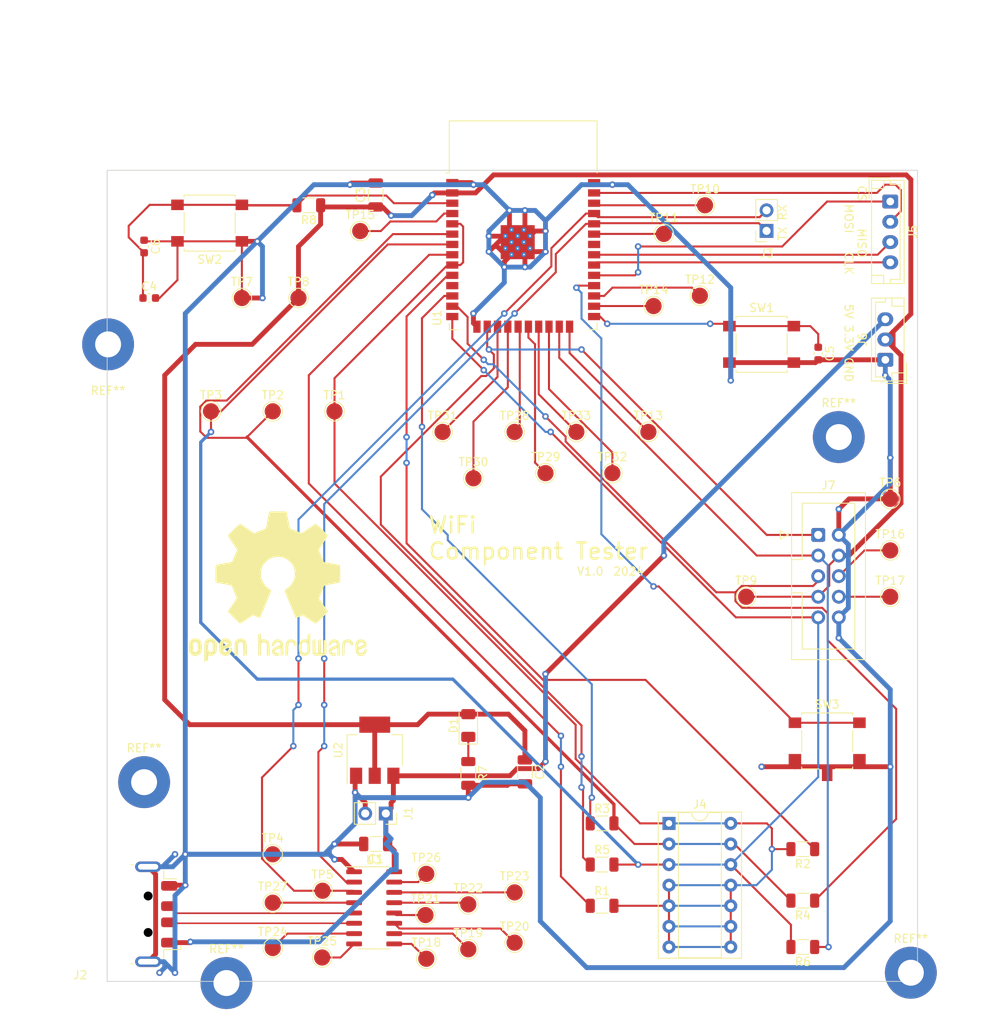
<source format=kicad_pcb>
(kicad_pcb (version 20221018) (generator pcbnew)
  (layers (0 "F.Cu" signal) (31 "B.Cu" signal) (34 "B.Paste" user) (35 "F.Paste" user) (36 "B.SilkS" user "B.Silkscreen") (37 "F.SilkS" user "F.Silkscreen") (38 "B.Mask" user) (39 "F.Mask" user) (44 "Edge.Cuts" user))
  (net 0 "")
  (net 1 "+5V")
  (net 2 "GND")
  (net 3 "+3.3V")
  (net 4 "/EN")
  (net 5 "/IO0")
  (net 6 "Net-(D1-K)")
  (net 7 "/USB-")
  (net 8 "/USB+")
  (net 9 "/ESP_RX")
  (net 10 "/ESP_TX")
  (net 11 "/ADC1_CH3_TP1")
  (net 12 "/ADC1_CH6_TP2")
  (net 13 "/ADC1_CH7_TP3")
  (net 14 "/VSPI_CS")
  (net 15 "/VSPI_MOSI")
  (net 16 "/VSPI_MISO")
  (net 17 "/VSPI_CLK")
  (net 18 "/R1_TP3")
  (net 19 "/R2_TP3")
  (net 20 "/R2_TP2")
  (net 21 "Net-(J7-~{SRST})")
  (net 22 "Net-(J7-~{TRST})")
  (net 23 "/R1_TP1")
  (net 24 "/R2_TP1")
  (net 25 "/R1_TP2")
  (net 26 "/MEAS_PIN")
  (net 27 "Net-(U1-IO22)")
  (net 28 "Net-(U1-IO21)")
  (net 29 "Net-(U1-IO16)")
  (net 30 "Net-(U1-IO2)")
  (net 31 "Net-(U1-IO4)")
  (net 32 "Net-(U1-SENSOR_VP)")
  (net 33 "Net-(U3-~{CTS})")
  (net 34 "Net-(U3-~{DSR})")
  (net 35 "Net-(U3-~{RI})")
  (net 36 "Net-(U3-~{DCD})")
  (net 37 "Net-(U3-~{DTR})")
  (net 38 "Net-(U3-~{RTS})")
  (net 39 "Net-(U3-XI)")
  (net 40 "Net-(U3-XO)")
  (net 41 "Net-(U3-R232)")
  (net 42 "Net-(U3-V3)")
  (net 43 "Net-(U1-SCS{slash}CMD)")
  (net 44 "Net-(U1-SCK{slash}CLK)")
  (net 45 "Net-(U1-SWP{slash}SD3)")
  (net 46 "Net-(U1-SHD{slash}SD2)")
  (net 47 "Net-(U1-SDI{slash}SD1)")
  (net 48 "Net-(U1-SDO{slash}SD0)")
  (footprint "Resistor_SMD:R_1206_3216Metric" (layer "F.Cu") (at 169.545 138.43 180)
    (fp_text reference "R6")
    (fp_text value "470k")
  )
  (footprint "Connector_PinSocket_2.54mm:PinSocket_1x02_P2.54mm_Vertical" (layer "F.Cu") (at 165.075 50.145 180)
    (fp_text reference "J3")
    (fp_text value "UART_JST")
  )
  (footprint "Resistor_SMD:R_1206_3216Metric" (layer "F.Cu") (at 128.27 117.0325 -90)
    (fp_text reference "R7")
    (fp_text value "680")
  )
  (footprint "TestPoint:TestPoint_Pad_D2.0mm" (layer "F.Cu") (at 128.905 80.645)
    (fp_text reference "TP30")
    (fp_text value "SWP")
  )
  (footprint "TestPoint:TestPoint_Pad_D2.0mm" (layer "F.Cu") (at 114.935 50.165)
    (fp_text reference "TP15")
    (fp_text value "GPIO_36")
  )
  (footprint "TestPoint:TestPoint_Pad_D2.0mm" (layer "F.Cu") (at 122.9868 134.493)
    (fp_text reference "TP21")
    (fp_text value "DCD")
  )
  (footprint "Button_Switch_SMD:SW_SPST_B3S-1000" (layer "F.Cu") (at 96.355 49.185 180)
    (fp_text reference "SW2")
    (fp_text value "SW_Push")
  )
  (footprint "Capacitor_SMD:C_1206_3216Metric" (layer "F.Cu") (at 116.84 125.73 180)
    (fp_text reference "C1")
    (fp_text value "22uF")
  )
  (footprint "Connector_IDC:IDC-Header_2x05_P2.54mm_Vertical" (layer "F.Cu") (at 171.45 87.63)
    (fp_text reference "J7")
    (fp_text value "AVR-JTAG-10")
  )
  (footprint "TestPoint:TestPoint_Pad_D2.0mm" (layer "F.Cu") (at 111.76 72.39)
    (fp_text reference "TP1")
    (fp_text value "TP_A")
  )
  (footprint "Connector_JST:JST_EH_B3B-EH-A_1x03_P2.50mm_Vertical" (layer "F.Cu") (at 179.7304 66.04 90)
    (fp_text reference "J6")
    (fp_text value "Screen Power Pins")
  )
  (footprint "TestPoint:TestPoint_Pad_D2.0mm" (layer "F.Cu") (at 123.0884 129.413)
    (fp_text reference "TP26")
    (fp_text value "R232")
  )
  (footprint "Capacitor_SMD:C_0603_1608Metric" (layer "F.Cu") (at 171.45 65.265 -90)
    (fp_text reference "C5")
    (fp_text value "0.1uF")
  )
  (footprint "TestPoint:TestPoint_Pad_D2.0mm" (layer "F.Cu") (at 96.52 72.39)
    (fp_text reference "TP3")
    (fp_text value "TP_C")
  )
  (footprint "TestPoint:TestPoint_Pad_D2.0mm" (layer "F.Cu") (at 104.14 132.969)
    (fp_text reference "TP27")
    (fp_text value "V3_CH340g")
  )
  (footprint "MountingHole:MountingHole_3.2mm_M3_Pad" (layer "F.Cu") (at 173.99 75.565)
    (fp_text reference "REF**")
    (fp_text value "MountingHole_3.2mm_M3_Pad")
  )
  (footprint "MountingHole:MountingHole_3.2mm_M3_Pad" (layer "F.Cu") (at 83.82 64.135)
    (fp_text reference "REF**")
    (fp_text value "MountingHole_3.2mm_M3_Pad")
  )
  (footprint "TestPoint:TestPoint_Pad_D2.0mm" (layer "F.Cu") (at 133.985 137.8966)
    (fp_text reference "TP20")
    (fp_text value "RI")
  )
  (footprint "Package_TO_SOT_SMD:SOT-223-3_TabPin2" (layer "F.Cu") (at 116.7244 114.1726 90)
    (fp_text reference "U2")
    (fp_text value "AMS1117-3.3")
  )
  (footprint "TestPoint:TestPoint_Pad_D2.0mm" (layer "F.Cu") (at 104.14 72.39)
    (fp_text reference "TP2")
    (fp_text value "TP_B")
  )
  (footprint "Package_SO:SOIC-16_3.9x9.9mm_P1.27mm" (layer "F.Cu") (at 116.651 133.604)
    (fp_text reference "U3")
    (fp_text value "CH340G")
  )
  (footprint "Resistor_SMD:R_1206_3216Metric" (layer "F.Cu") (at 108.585 46.99 180)
    (fp_text reference "R8")
    (fp_text value "10k")
  )
  (footprint "TestPoint:TestPoint_Pad_D2.0mm" (layer "F.Cu") (at 146.05 80.01)
    (fp_text reference "TP32")
    (fp_text value "SDI")
  )
  (footprint "Resistor_SMD:R_1206_3216Metric" (layer "F.Cu") (at 169.545 132.715 180)
    (fp_text reference "R4")
    (fp_text value "470k")
  )
  (footprint "TestPoint:TestPoint_Pad_D2.0mm" (layer "F.Cu") (at 150.495 74.93)
    (fp_text reference "TP13")
    (fp_text value "TP_3.3V")
  )
  (footprint "TestPoint:TestPoint_Pad_D2.0mm" (layer "F.Cu") (at 180.34 89.535)
    (fp_text reference "TP16")
    (fp_text value "SRST")
  )
  (footprint "Capacitor_SMD:C_1206_3216Metric" (layer "F.Cu") (at 135.255 116.84 -90)
    (fp_text reference "C2")
    (fp_text value "22uF")
  )
  (footprint "TestPoint:TestPoint_Pad_D2.0mm" (layer "F.Cu") (at 125.095 74.93)
    (fp_text reference "TP31")
    (fp_text value "SHD")
  )
  (footprint "Capacitor_SMD:C_0603_1608Metric" (layer "F.Cu") (at 88.9 58.42)
    (fp_text reference "C4")
    (fp_text value "0.1uF")
  )
  (footprint "Resistor_SMD:R_1206_3216Metric" (layer "F.Cu") (at 144.78 133.35)
    (fp_text reference "R1")
    (fp_text value "680R")
  )
  (footprint "TestPoint:TestPoint_Pad_D2.0mm" (layer "F.Cu") (at 133.985 74.93)
    (fp_text reference "TP28")
    (fp_text value "SCS")
  )
  (footprint "Connector_PinSocket_2.54mm:PinSocket_1x02_P2.54mm_Vertical" (layer "F.Cu") (at 118.09 121.9704 -90)
    (fp_text reference "J1")
    (fp_text value "PWR JST")
  )
  (footprint "Resistor_SMD:R_1206_3216Metric" (layer "F.Cu") (at 144.78 128.27)
    (fp_text reference "R5")
    (fp_text value "680R")
  )
  (footprint "Capacitor_SMD:C_0603_1608Metric" (layer "F.Cu") (at 88.265 52.07 -90)
    (fp_text reference "C6")
    (fp_text value "0.1uF")
  )
  (footprint "TestPoint:TestPoint_Pad_D2.0mm" (layer "F.Cu") (at 107.315 58.42)
    (fp_text reference "TP8")
    (fp_text value "TP_3.3V")
  )
  (footprint "TestPoint:TestPoint_Pad_D2.0mm" (layer "F.Cu") (at 180.34 95.25)
    (fp_text reference "TP17")
    (fp_text value "TRST")
  )
  (footprint "TestPoint:TestPoint_Pad_D2.0mm" (layer "F.Cu") (at 152.4 50.5206)
    (fp_text reference "TP11")
    (fp_text value "GPIO_21")
  )
  (footprint "TestPoint:TestPoint_Pad_D2.0mm" (layer "F.Cu") (at 123.0884 139.8778)
    (fp_text reference "TP18")
    (fp_text value "CTS")
  )
  (footprint "TestPoint:TestPoint_Pad_D2.0mm" (layer "F.Cu") (at 180.34 83.185)
    (fp_text reference "TP6")
    (fp_text value "TP_GND")
  )
  (footprint "Capacitor_SMD:C_1206_3216Metric" (layer "F.Cu") (at 116.84 45.72 90)
    (fp_text reference "C3")
    (fp_text value "22uF")
  )
  (footprint "TestPoint:TestPoint_Pad_D2.0mm" (layer "F.Cu") (at 104.14 127)
    (fp_text reference "TP4")
    (fp_text value "TP_RX")
  )
  (footprint "TestPoint:TestPoint_Pad_D2.0mm" (layer "F.Cu") (at 100.33 58.42)
    (fp_text reference "TP7")
    (fp_text value "TP_GND")
  )
  (footprint "MountingHole:MountingHole_3.2mm_M3_Pad" (layer "F.Cu") (at 98.425 142.875)
    (fp_text reference "REF**")
    (fp_text value "MountingHole_3.2mm_M3_Pad")
  )
  (footprint "TestPoint:TestPoint_Pad_D2.0mm" (layer "F.Cu") (at 128.27 138.7094)
    (fp_text reference "TP19")
    (fp_text value "DSR")
  )
  (footprint "Connector_JST:JST_EH_B4B-EH-A_1x04_P2.50mm_Vertical" (layer "F.Cu") (at 180.34 46.5258 -90)
    (fp_text reference "J5")
    (fp_text value "Screen SPI Data")
  )
  (footprint "Package_DIP:DIP-14_W7.62mm_Socket" (layer "F.Cu") (at 153.035 123.19)
    (fp_text reference "J4")
    (fp_text value "ZIF Test Point Socket")
  )
  (footprint "TestPoint:TestPoint_Pad_D2.0mm" (layer "F.Cu") (at 128.27 133.1722)
    (fp_text reference "TP22")
    (fp_text value "DTR")
  )
  (footprint "TestPoint:TestPoint_Pad_D2.0mm" (layer "F.Cu") (at 110.236 139.7254)
    (fp_text reference "TP25")
    (fp_text value "X0")
  )
  (footprint "MountingHole:MountingHole_3.2mm_M3_Pad" (layer "F.Cu") (at 182.88 141.605)
    (fp_text reference "REF**")
    (fp_text value "MountingHole_3.2mm_M3_Pad")
  )
  (footprint "TestPoint:TestPoint_Pad_D2.0mm" (layer "F.Cu") (at 137.795 80.01)
    (fp_text reference "TP29")
    (fp_text value "SCK")
  )
  (footprint "RF_Module:ESP32-WROOM-32" (layer "F.Cu") (at 135.045 52.4456)
    (fp_text reference "U1")
    (fp_text value "ESP32-WROOM-32")
  )
  (footprint "TestPoint:TestPoint_Pad_D2.0mm" (layer "F.Cu") (at 156.845 58.1406)
    (fp_text reference "TP12")
    (fp_text value "GPIO_16")
  )
  (footprint "Resistor_SMD:R_1206_3216Metric" (layer "F.Cu") (at 169.545 126.365 180)
    (fp_text reference "R2")
    (fp_text value "470k")
  )
  (footprint "TestPoint:TestPoint_Pad_D2.0mm" (layer "F.Cu") (at 110.2868 131.4958)
    (fp_text reference "TP5")
    (fp_text value "TP_TX")
  )
  (footprint "Connector_USB:USB_A_Molex_48037-2200_Horizontal" (layer "F.Cu") (at 80.3864 134.3914 180)
    (fp_text reference "J2")
    (fp_text value "USB_A")
  )
  (footprint "TestPoint:TestPoint_Pad_D2.0mm" (layer "F.Cu") (at 162.56 95.25)
    (fp_text reference "TP9")
    (fp_text value "TP_3.3V")
  )
  (footprint "Button_Switch_SMD:SW_SPST_B3S-1000" (layer "F.Cu") (at 164.465 64.135)
    (fp_text reference "SW1")
    (fp_text value "SW_Push")
  )
  (footprint "Button_Switch_SMD:SW_SPST_B3S-1100" (layer "F.Cu") (at 172.555 113.955)
    (fp_text reference "SW3")
    (fp_text value "Measure Push Button")
  )
  (footprint "TestPoint:TestPoint_Pad_D2.0mm" (layer "F.Cu") (at 141.605 74.93)
    (fp_text reference "TP33")
    (fp_text value "SDO")
  )
  (footprint "Symbol:OSHW-Logo2_24.3x20mm_SilkScreen" (layer "F.Cu") (at 104.775 93.98)
    (fp_text reference "REF**" hide)
    (fp_text value "OSHW-Logo2_24.3x20mm_SilkScreen" hide)
  )
  (footprint "TestPoint:TestPoint_Pad_D2.0mm" (layer "F.Cu") (at 157.48 46.99)
    (fp_text reference "TP10")
    (fp_text value "GPIO_22")
  )
  (footprint "TestPoint:TestPoint_Pad_D2.0mm" (layer "F.Cu") (at 104.14 138.557)
    (fp_text reference "TP24")
    (fp_text value "XI")
  )
  (footprint "TestPoint:TestPoint_Pad_D2.0mm" (layer "F.Cu") (at 151.13 59.4106)
    (fp_text reference "TP14")
    (fp_text value "GPIO_4")
  )
  (footprint "MountingHole:MountingHole_3.2mm_M3_Pad" (layer "F.Cu") (at 88.265 118.11)
    (fp_text reference "REF**")
    (fp_text value "MountingHole_3.2mm_M3_Pad")
  )
  (footprint "TestPoint:TestPoint_Pad_D2.0mm" (layer "F.Cu") (at 133.985 131.699)
    (fp_text reference "TP23")
    (fp_text value "RTS")
  )
  (footprint "Resistor_SMD:R_1206_3216Metric" (layer "F.Cu") (at 144.78 123.19)
    (fp_text reference "R3")
    (fp_text value "680R")
  )
  (footprint "LED_SMD:LED_1206_3216Metric" (layer "F.Cu") (at 128.27 111.125 90)
    (fp_text reference "D1")
    (fp_text value "LED")
  )
  (gr_rect (start 83.7056 42.6718) (end 183.7056 142.6718) (stroke (width 0.1)) (fill none) (layer "Edge.Cuts"))
  (gr_text "WiFi \nComponent Tester" (at 123.19 90.805) (layer "F.SilkS") (effects (font (size 2 2) (thickness 0.3)) (justify left bottom)))
  (gr_text "TX RX" (at 167.64 51.435 90) (layer "F.SilkS") (effects (font (size 1 1)) (justify left bottom)))
  (gr_text "5V 3.3V GND\n" (at 174.625 59.055 270) (layer "F.SilkS") (effects (font (size 1 1)) (justify left bottom)))
  (gr_text "CS 	  MISO\n   MOSI   CLK" (at 174.625 44.45 270) (layer "F.SilkS") (effects (font (size 1 1)) (justify left bottom)))
  (gr_text "V1.0" (at 141.605 92.71) (layer "F.SilkS") (effects (font (size 1 1)) (justify left bottom)))
  (gr_text "2024" (at 146.05 92.71) (layer "F.SilkS") (effects (font (size 1 1)) (justify left bottom)))
  (segment (start 136.925 116.44) (end 137.795 115.57) (width 0.6) (layer "F.Cu") (net 1))
  (segment (start 119.126 126.541) (end 118.315 125.73) (width 0.6) (layer "F.Cu") (net 1))
  (segment (start 134.287412 116.44) (end 136.925 116.44) (width 0.6) (layer "F.Cu") (net 1))
  (segment (start 93.98 137.795) (end 93.8836 137.8914) (width 0.6) (layer "F.Cu") (net 1))
  (segment (start 93.8836 137.8914) (end 91.3614 137.8914) (width 0.6) (layer "F.Cu") (net 1))
  (segment (start 118.09 121.9704) (end 118.09 125.505) (width 0.6) (layer "F.Cu") (net 1))
  (segment (start 118.09 121.9704) (end 118.745 121.3154) (width 0.6) (layer "F.Cu") (net 1))
  (segment (start 137.795 104.775) (end 152.4 90.17) (width 0.6) (layer "F.Cu") (net 1))
  (segment (start 118.745 121.3154) (end 118.745 120.65) (width 0.6) (layer "F.Cu") (net 1))
  (segment (start 119.0244 117.3226) (end 133.404812 117.3226) (width 0.6) (layer "F.Cu") (net 1))
  (segment (start 118.09 125.505) (end 118.315 125.73) (width 0.6) (layer "F.Cu") (net 1))
  (segment (start 119.126 129.159) (end 119.126 126.541) (width 0.6) (layer "F.Cu") (net 1))
  (segment (start 133.404812 117.3226) (end 134.287412 116.44) (width 0.6) (layer "F.Cu") (net 1))
  (segment (start 119.0244 120.3706) (end 119.0244 117.3226) (width 0.6) (layer "F.Cu") (net 1))
  (segment (start 118.745 120.65) (end 119.0244 120.3706) (width 0.6) (layer "F.Cu") (net 1))
  (via (at 152.4 90.17) (size 0.8) (drill 0.4) (layers "F.Cu" "B.Cu") (net 1))
  (via (at 137.795 115.57) (size 0.8) (drill 0.4) (layers "F.Cu" "B.Cu") (net 1))
  (via (at 93.98 137.795) (size 0.8) (drill 0.4) (layers "F.Cu" "B.Cu") (net 1))
  (via (at 137.795 104.775) (size 0.8) (drill 0.4) (layers "F.Cu" "B.Cu") (net 1))
  (segment (start 119.38 128.905) (end 119.38 127) (width 0.6) (layer "B.Cu") (net 1))
  (segment (start 152.4 88.3704) (end 179.7304 61.04) (width 0.6) (layer "B.Cu") (net 1))
  (segment (start 118.09 124.44) (end 118.09 121.9704) (width 0.6) (layer "B.Cu") (net 1))
  (segment (start 118.745 128.905) (end 119.38 128.905) (width 0.6) (layer "B.Cu") (net 1))
  (segment (start 118.11 125.73) (end 118.745 125.095) (width 0.6) (layer "B.Cu") (net 1))
  (segment (start 93.98 137.795) (end 109.855 137.795) (width 0.6) (layer "B.Cu") (net 1))
  (segment (start 118.745 125.095) (end 118.09 124.44) (width 0.6) (layer "B.Cu") (net 1))
  (segment (start 119.38 127) (end 118.11 125.73) (width 0.6) (layer "B.Cu") (net 1))
  (segment (start 152.4 90.17) (end 152.4 88.3704) (width 0.6) (layer "B.Cu") (net 1))
  (segment (start 137.795 115.57) (end 137.795 104.775) (width 0.6) (layer "B.Cu") (net 1))
  (segment (start 109.855 137.795) (end 118.745 128.905) (width 0.6) (layer "B.Cu") (net 1))
  (segment (start 176.53 116.205) (end 180.34 116.205) (width 0.6) (layer "F.Cu") (net 2))
  (segment (start 132.8669 50.8) (end 135.1275 53.0606) (width 0.6) (layer "F.Cu") (net 2))
  (segment (start 168.44 66.385) (end 160.49 66.385) (width 0.6) (layer "F.Cu") (net 2))
  (segment (start 116.84 44.245) (end 113.87 44.245) (width 0.6) (layer "F.Cu") (net 2))
  (segment (start 168.58 116.205) (end 176.53 116.205) (width 0.6) (layer "F.Cu") (net 2))
  (segment (start 180.34 83.185) (end 175.26 83.185) (width 0.6) (layer "F.Cu") (net 2))
  (segment (start 136.4981 50.165) (end 135.1275 51.5356) (width 0.6) (layer "F.Cu") (net 2))
  (segment (start 171.105 66.385) (end 171.45 66.04) (width 0.6) (layer "F.Cu") (net 2))
  (segment (start 90.17 58.42) (end 92.38 56.21) (width 0.25) (layer "F.Cu") (net 2))
  (segment (start 115.55 120.63) (end 114.3 119.38) (width 0.6) (layer "F.Cu") (net 2))
  (segment (start 175.26 83.185) (end 173.99 84.455) (width 0.6) (layer "F.Cu") (net 2))
  (segment (start 100.33 51.435) (end 100.33 58.42) (width 0.25) (layer "F.Cu") (net 2))
  (segment (start 88.7614 128.5414) (end 89.6864 129.4664) (width 0.6) (layer "F.Cu") (net 2))
  (segment (start 133.1 118.495) (end 133.28 118.315) (width 0.6) (layer "F.Cu") (net 2))
  (segment (start 128.27 118.495) (end 128.27 120.015) (width 0.6) (layer "F.Cu") (net 2))
  (segment (start 102.235 51.435) (end 100.33 51.435) (width 0.6) (layer "F.Cu") (net 2))
  (segment (start 137.795 52.705) (end 135.5344 52.705) (width 0.6) (layer "F.Cu") (net 2))
  (segment (start 102.87 58.42) (end 100.33 58.42) (width 0.6) (layer "F.Cu") (net 2))
  (segment (start 135.255 49.8831) (end 135.1275 50.0106) (width 0.6) (layer "F.Cu") (net 2))
  (segment (start 131.8494 52.07) (end 132.84 53.0606) (width 0.6) (layer "F.Cu") (net 2))
  (segment (start 89.675 58.42) (end 90.17 58.42) (width 0.25) (layer "F.Cu") (net 2))
  (segment (start 128.905 61.5256) (end 129.335 61.9556) (width 0.6) (layer "F.Cu") (net 2))
  (segment (start 168.44 66.385) (end 171.105 66.385) (width 0.6) (layer "F.Cu") (net 2))
  (segment (start 160.655 68.58) (end 160.655 66.55) (width 0.6) (layer "F.Cu") (net 2))
  (segment (start 131.445 52.07) (end 131.8494 52.07) (width 0.6) (layer "F.Cu") (net 2))
  (segment (start 89.6864 129.4664) (end 89.6864 139.3164) (width 0.6) (layer "F.Cu") (net 2))
  (segment (start 135.255 47.625) (end 135.255 49.8831) (width 0.6) (layer "F.Cu") (net 2))
  (segment (start 92.38 51.435) (end 88.405 51.435) (width 0.25) (layer "F.Cu") (net 2))
  (segment (start 89.0114 128.5414) (end 88.7614 128.5414) (width 0.6) (layer "F.Cu") (net 2))
  (segment (start 133.28 118.315) (end 135.255 118.315) (width 0.6) (layer "F.Cu") (net 2))
  (segment (start 128.905 44.45) (end 128.6506 44.1956) (width 0.6) (layer "F.Cu") (net 2))
  (segment (start 93.345 130.81) (end 91.4428 130.81) (width 0.6) (layer "F.Cu") (net 2))
  (segment (start 132.715 53.9481) (end 135.89 50.7731) (width 0.6) (layer "F.Cu") (net 2))
  (segment (start 173.99 84.455) (end 173.99 87.63) (width 0.6) (layer "F.Cu") (net 2))
  (segment (start 160.655 66.55) (end 160.49 66.385) (width 0.6) (layer "F.Cu") (net 2))
  (segment (start 132.715 54.61) (end 132.715 53.9481) (width 0.6) (layer "F.Cu") (net 2))
  (segment (start 180.34 78.105) (end 180.34 83.185) (width 0.6) (layer "F.Cu") (net 2))
  (segment (start 171.45 66.04) (end 179.7304 66.04) (width 0.6) (layer "F.Cu") (net 2))
  (segment (start 135.5344 52.705) (end 134.365 51.5356) (width 0.6) (layer "F.Cu") (net 2))
  (segment (start 114.3 119.38) (end 114.3 117.447) (width 0.6) (layer "F.Cu") (net 2))
  (segment (start 115.55 121.9704) (end 115.55 120.63) (width 0.6) (layer "F.Cu") (net 2))
  (segment (start 111.76 127.635) (end 112.652 127.635) (width 0.6) (layer "F.Cu") (net 2))
  (segment (start 133.1 118.495) (end 128.27 118.495) (width 0.6) (layer "F.Cu") (net 2))
  (segment (start 135.255 52.9331) (end 135.89 52.2981) (width 0.6) (layer "F.Cu") (net 2))
  (segment (start 128.6506 44.1956) (end 126.295 44.1956) (width 0.6) (layer "F.Cu") (net 2))
  (segment (start 112.652 127.635) (end 114.176 129.159) (width 0.6) (layer "F.Cu") (net 2))
  (segment (start 168.58 116.205) (end 164.465 116.205) (width 0.6) (layer "F.Cu") (net 2))
  (segment (start 128.905 60.325) (end 128.905 61.5256) (width 0.6) (layer "F.Cu") (net 2))
  (segment (start 135.255 54.61) (end 135.255 52.9331) (width 0.6) (layer "F.Cu") (net 2))
  (segment (start 137.795 50.165) (end 136.4981 50.165) (width 0.6) (layer "F.Cu") (net 2))
  (segment (start 100.33 51.435) (end 92.38 51.435) (width 0.25) (layer "F.Cu") (net 2))
  (segment (start 130.81 50.8) (end 132.8669 50.8) (width 0.6) (layer "F.Cu") (net 2))
  (segment (start 130.81 52.705) (end 131.445 52.07) (width 0.6) (layer "F.Cu") (net 2))
  (segment (start 111.76 125.73) (end 115.365 125.73) (width 0.6) (layer "F.Cu") (net 2))
  (segment (start 114.3 117.447) (end 114.4244 117.3226) (width 0.6) (layer "F.Cu") (net 2))
  (segment (start 133.35 49.7581) (end 133.6025 50.0106) (width 0.6) (layer "F.Cu") (net 2))
  (segment (start 131.445 52.07) (end 133.5044 50.0106) (width 0.6) (layer "F.Cu") (net 2))
  (segment (start 133.5044 50.0106) (end 135.89 50.0106) (width 0.6) (layer "F.Cu") (net 2))
  (segment (start 133.35 47.625) (end 133.35 49.7581) (width 0.6) (layer "F.Cu") (net 2))
  (segment (start 92.38 56.21) (end 92.38 51.435) (width 0.25) (layer "F.Cu") (net 2))
  (segment (start 88.405 51.435) (end 88.265 51.295) (width 0.25) (layer "F.Cu") (net 2))
  (segment (start 113.87 44.245) (end 113.665 44.45) (width 0.6) (layer "F.Cu") (net 2))
  (segment (start 89.6864 139.3164) (end 88.7614 140.2414) (width 0.6) (layer "F.Cu") (net 2))
  (segment (start 91.4428 130.81) (end 91.3614 130.8914) (width 0.6) (layer "F.Cu") (net 2))
  (via (at 93.345 130.81) (size 0.8) (drill 0.4) (layers "F.Cu" "B.Cu") (net 2))
  (via (at 128.905 44.45) (size 0.8) (drill 0.4) (layers "F.Cu" "B.Cu") (net 2))
  (via (at 164.465 116.205) (size 0.8) (drill 0.4) (layers "F.Cu" "B.Cu") (net 2))
  (via (at 132.715 54.61) (size 0.8) (drill 0.4) (layers "F.Cu" "B.Cu") (net 2))
  (via (at 102.87 58.42) (size 0.8) (drill 0.4) (layers "F.Cu" "B.Cu") (net 2))
  (via (at 146.05 44.45) (size 0.8) (drill 0.4) (layers "F.Cu" "B.Cu") (net 2))
  (via (at 133.35 47.625) (size 0.8) (drill 0.4) (layers "F.Cu" "B.Cu") (net 2))
  (via (at 111.76 127.635) (size 0.8) (drill 0.4) (layers "F.Cu" "B.Cu") (net 2))
  (via (at 137.795 52.705) (size 0.8) (drill 0.4) (layers "F.Cu" "B.Cu") (net 2))
  (via (at 114.3 119.38) (size 0.8) (drill 0.4) (layers "F.Cu" "B.Cu") (net 2))
  (via (at 93.345 127) (size 0.8) (drill 0.4) (layers "F.Cu" "B.Cu") (net 2))
  (via (at 90.17 141.605) (size 0.8) (drill 0.4) (layers "F.Cu" "B.Cu") (net 2))
  (via (at 128.905 60.325) (size 0.8) (drill 0.4) (layers "F.Cu" "B.Cu") (net 2))
  (via (at 111.76 125.73) (size 0.8) (drill 0.4) (layers "F.Cu" "B.Cu") (net 2))
  (via (at 179.7304 67.945) (size 0.8) (drill 0.4) (layers "F.Cu" "B.Cu") (net 2))
  (via (at 135.255 54.61) (size 0.8) (drill 0.4) (layers "F.Cu" "B.Cu") (net 2))
  (via (at 137.795 50.165) (size 0.8) (drill 0.4) (layers "F.Cu" "B.Cu") (net 2))
  (via (at 130.81 52.705) (size 0.8) (drill 0.4) (layers "F.Cu" "B.Cu") (net 2))
  (via (at 130.81 50.8) (size 0.8) (drill 0.4) (layers "F.Cu" "B.Cu") (net 2))
  (via (at 173.99 84.455) (size 0.8) (drill 0.4) (layers "F.Cu" "B.Cu") (net 2))
  (via (at 173.99 100.33) (size 0.8) (drill 0.4) (layers "F.Cu" "B.Cu") (net 2))
  (via (at 92.075 141.605) (size 0.8) (drill 0.4) (layers "F.Cu" "B.Cu") (net 2))
  (via (at 128.27 120.015) (size 0.8) (drill 0.4) (layers "F.Cu" "B.Cu") (net 2))
  (via (at 92.075 127) (size 0.8) (drill 0.4) (layers "F.Cu" "B.Cu") (net 2))
  (via (at 102.235 51.435) (size 0.8) (drill 0.4) (layers "F.Cu" "B.Cu") (net 2))
  (via (at 180.34 116.205) (size 0.8) (drill 0.4) (layers "F.Cu" "B.Cu") (net 2))
  (via (at 135.255 47.625) (size 0.8) (drill 0.4) (layers "F.Cu" "B.Cu") (net 2))
  (via (at 180.34 78.105) (size 0.8) (drill 0.4) (layers "F.Cu" "B.Cu") (net 2))
  (via (at 113.665 44.45) (size 0.8) (drill 0.4) (layers "F.Cu" "B.Cu") (net 2))
  (via (at 160.655 68.58) (size 0.8) (drill 0.4) (layers "F.Cu" "B.Cu") (net 2))
  (segment (start 137.16 120.015) (end 135.255 118.11) (width 0.6) (layer "B.Cu") (net 2))
  (segment (start 132.715 56.515) (end 132.715 54.61) (width 0.6) (layer "B.Cu") (net 2))
  (segment (start 137.16 135.255) (end 137.16 120.015) (width 0.6) (layer "B.Cu") (net 2))
  (segment (start 128.27 120.015) (end 130.175 118.11) (width 0.6) (layer "B.Cu") (net 2))
  (segment (start 93.345 127) (end 111.125 127) (width 0.6) (layer "B.Cu") (net 2))
  (segment (start 135.255 47.625) (end 133.35 47.625) (width 0.6) (layer "B.Cu") (net 2))
  (segment (start 111.125 127) (end 111.76 127.635) (width 0.6) (layer "B.Cu") (net 2))
  (segment (start 88.7614 140.2414) (end 90.7114 140.2414) (width 0.6) (layer "B.Cu") (net 2))
  (segment (start 90.805 140.97) (end 90.805 140.335) (width 0.6) (layer "B.Cu") (net 2))
  (segment (start 88.7614 128.5414) (end 91.8036 128.5414) (width 0.6) (layer "B.Cu") (net 2))
  (segment (start 130.175 118.11) (end 135.255 118.11) (width 0.6) (layer "B.Cu") (net 2))
  (segment (start 93.345 130.81) (end 93.345 127) (width 0.6) (layer "B.Cu") (net 2))
  (segment (start 137.795 48.895) (end 142.24 44.45) (width 0.6) (layer "B.Cu") (net 2))
  (segment (start 111.125 127) (end 111.125 126.365) (width 0.6) (layer "B.Cu") (net 2))
  (segment (start 128.905 44.45) (end 130.175 44.45) (width 0.6) (layer "B.Cu") (net 2))
  (segment (start 142.875 140.97) (end 137.16 135.255) (width 0.6) (layer "B.Cu") (net 2))
  (segment (start 102.87 58.42) (end 102.87 52.07) (width 0.6) (layer "B.Cu") (net 2))
  (segment (start 102.87 52.07) (end 102.235 51.435) (width 0.6) (layer "B.Cu") (net 2))
  (segment (start 135.89 54.61) (end 135.255 54.61) (width 0.6) (layer "B.Cu") (net 2))
  (segment (start 179.7304 67.945) (end 179.7304 66.04) (width 0.6) (layer "B.Cu") (net 2))
  (segment (start 130.175 44.45) (end 133.35 47.625) (width 0.6) (layer "B.Cu") (net 2))
  (segment (start 133.35 47.625) (end 130.81 50.165) (width 0.6) (layer "B.Cu") (net 2))
  (segment (start 130.81 50.165) (end 130.81 50.8) (width 0.6) (layer "B.Cu") (net 2))
  (segment (start 111.125 126.365) (end 114.3 123.19) (width 0.6) (layer "B.Cu") (net 2))
  (segment (start 142.24 44.45) (end 144.145 44.45) (width 0.6) (layer "B.Cu") (net 2))
  (segment (start 174.625 140.97) (end 142.875 140.97) (width 0.6) (layer "B.Cu") (net 2))
  (segment (start 137.795 52.705) (end 135.89 54.61) (width 0.6) (layer "B.Cu") (net 2))
  (segment (start 180.34 68.5546) (end 179.7304 67.945) (width 0.6) (layer "B.Cu") (net 2))
  (segment (start 128.27 120.015) (end 114.935 120.015) (width 0.6) (layer "B.Cu") (net 2))
  (segment (start 132.715 54.61) (end 130.81 52.705) (width 0.6) (layer "B.Cu") (net 2))
  (segment (start 160.655 57.15) (end 147.955 44.45) (width 0.6) (layer "B.Cu") (net 2))
  (segment (start 113.665 44.45) (end 109.22 44.45) (width 0.6) (layer "B.Cu") (net 2))
  (segment (start 91.8036 128.5414) (end 93.345 127) (width 0.6) (layer "B.Cu") (net 2))
  (segment (start 111.125 126.365) (end 110.49 127) (width 0.6) (layer "B.Cu") (net 2))
  (segment (start 146.05 44.45) (end 143.51 44.45) (width 0.6) (layer "B.Cu") (net 2))
  (segment (start 180.34 116.205) (end 180.34 106.68) (width 0.6) (layer "B.Cu") (net 2))
  (segment (start 180.34 116.205) (end 180.34 135.255) (width 0.6) (layer "B.Cu") (net 2))
  (segment (start 173.99 87.63) (end 180.34 81.28) (width 0.6) (layer "B.Cu") (net 2))
  (segment (start 93.345 127) (end 93.345 60.325) (width 0.6) (layer "B.Cu") (net 2))
  (segment (start 130.81 50.8) (end 130.81 52.705) (width 0.6) (layer "B.Cu") (net 2))
  (segment (start 180.34 135.255) (end 174.625 140.97) (width 0.6) (layer "B.Cu") (net 2))
  (segment (start 175.165 88.805) (end 173.99 87.63) (width 0.6) (layer "B.Cu") (net 2))
  (segment (start 90.17 141.605) (end 90.805 140.97) (width 0.6) (layer "B.Cu") (net 2))
  (segment (start 114.935 120.015) (end 114.3 119.38) (width 0.6) (layer "B.Cu") (net 2))
  (segment (start 147.955 44.45) (end 146.05 44.45) (width 0.6) (layer "B.Cu") (net 2))
  (segment (start 160.655 68.58) (end 160.655 57.15) (width 0.6) (layer "B.Cu") (net 2))
  (segment (start 111.76 125.73) (end 114.3 123.19) (width 0.6) (layer "B.Cu") (net 2))
  (segment (start 93.345 60.325) (end 103.8225 49.8475) (width 0.6) (layer "B.Cu") (net 2))
  (segment (start 135.255 47.625) (end 136.525 47.625) (width 0.6) (layer "B.Cu") (net 2))
  (segment (start 132.715 54.61) (end 135.255 54.61) (width 0.6) (layer "B.Cu") (net 2))
  (segment (start 175.165 96.615) (end 175.165 88.805) (width 0.6) (layer "B.Cu") (net 2))
  (segment (start 180.34 81.28) (end 180.34 78.105) (width 0.6) (layer "B.Cu") (net 2))
  (segment (start 114.3 120.015) (end 128.27 120.015) (width 0.6) (layer "B.Cu") (net 2))
  (segment (start 90.805 140.335) (end 90.7114 140.2414) (width 0.6) (layer "B.Cu") (net 2))
  (segment (start 114.3 120.015) (end 114.3 119.38) (width 0.6) (layer "B.Cu") (net 2))
  (segment (start 128.905 44.45) (end 113.665 44.45) (width 0.6) (layer "B.Cu") (net 2))
  (segment (start 128.905 60.325) (end 132.715 56.515) (width 0.6) (layer "B.Cu") (net 2))
  (segment (start 173.99 97.79) (end 175.165 96.615) (width 0.6) (layer "B.Cu") (net 2))
  (segment (start 136.525 47.625) (end 137.795 48.895) (width 0.6) (layer "B.Cu") (net 2))
  (segment (start 90.7114 140.2414) (end 92.075 141.605) (width 0.6) (layer "B.Cu") (net 2))
  (segment (start 180.34 106.68) (end 173.99 100.33) (width 0.6) (layer "B.Cu") (net 2))
  (segment (start 110.49 127) (end 93.345 127) (width 0.6) (layer "B.Cu") (net 2))
  (segment (start 109.22 44.45) (end 103.8225 49.8475) (width 0.6) (layer "B.Cu") (net 2))
  (segment (start 92.075 132.08) (end 93.345 130.81) (width 0.6) (layer "B.Cu") (net 2))
  (segment (start 92.075 141.605) (end 92.075 132.08) (width 0.6) (layer "B.Cu") (net 2))
  (segment (start 111.125 126.365) (end 111.76 125.73) (width 0.6) (layer "B.Cu") (net 2))
  (segment (start 88.7614 128.5414) (end 90.5336 128.5414) (width 0.6) (layer "B.Cu") (net 2))
  (segment (start 173.99 100.33) (end 173.99 97.79) (width 0.6) (layer "B.Cu") (net 2))
  (segment (start 137.795 52.705) (end 137.795 50.165) (width 0.6) (layer "B.Cu") (net 2))
  (segment (start 90.5336 128.5414) (end 92.075 127) (width 0.6) (layer "B.Cu") (net 2))
  (segment (start 114.3 123.19) (end 114.3 120.015) (width 0.6) (layer "B.Cu") (net 2))
  (segment (start 137.795 48.895) (end 137.795 50.165) (width 0.6) (layer "B.Cu") (net 2))
  (segment (start 103.8225 49.8475) (end 102.235 51.435) (width 0.6) (layer "B.Cu") (net 2))
  (segment (start 180.34 78.105) (end 180.34 68.5546) (width 0.6) (layer "B.Cu") (net 2))
  (segment (start 182.88 43.815) (end 182.3106 43.2456) (width 0.6) (layer "F.Cu") (net 3))
  (segment (start 182.3106 43.2456) (end 131.382193 43.2456) (width 0.6) (layer "F.Cu") (net 3))
  (segment (start 116.7244 111.0226) (end 122.0224 111.0226) (width 0.6) (layer "F.Cu") (net 3))
  (segment (start 107.315 52.07) (end 107.315 58.42) (width 0.6) (layer "F.Cu") (net 3))
  (segment (start 172.815 91.345) (end 172.815 93.885) (width 0.25) (layer "F.Cu") (net 3))
  (segment (start 116.7244 111.0226) (end 93.8776 111.0226) (width 0.6) (layer "F.Cu") (net 3))
  (segment (start 117.68 47.195) (end 118.745 48.26) (width 0.6) (layer "F.Cu") (net 3))
  (segment (start 135.255 111.76) (end 135.255 115.365) (width 0.6) (layer "F.Cu") (net 3))
  (segment (start 181.665 65.4746) (end 181.665 83.733833) (width 0.6) (layer "F.Cu") (net 3))
  (segment (start 93.8776 111.0226) (end 90.805 107.95) (width 0.6) (layer "F.Cu") (net 3))
  (segment (start 173.99 90.17) (end 172.815 91.345) (width 0.25) (layer "F.Cu") (net 3))
  (segment (start 182.88 60.3904) (end 182.88 43.815) (width 0.6) (layer "F.Cu") (net 3))
  (segment (start 179.7304 63.54) (end 180.6902 62.5802) (width 0.6) (layer "F.Cu") (net 3))
  (segment (start 128.27 109.725) (end 133.22 109.725) (width 0.6) (layer "F.Cu") (net 3))
  (segment (start 90.805 107.95) (end 90.805 67.945) (width 0.6) (layer "F.Cu") (net 3))
  (segment (start 110.0475 49.3375) (end 107.315 52.07) (width 0.6) (layer "F.Cu") (net 3))
  (segment (start 123.32 109.725) (end 128.27 109.725) (width 0.6) (layer "F.Cu") (net 3))
  (segment (start 116.84 47.195) (end 117.68 47.195) (width 0.6) (layer "F.Cu") (net 3))
  (segment (start 133.22 109.725) (end 135.255 111.76) (width 0.6) (layer "F.Cu") (net 3))
  (segment (start 181.665 83.733833) (end 175.228833 90.17) (width 0.6) (layer "F.Cu") (net 3))
  (segment (start 179.7304 63.54) (end 181.665 65.4746) (width 0.6) (layer "F.Cu") (net 3))
  (segment (start 129.162193 45.4656) (end 126.295 45.4656) (width 0.6) (layer "F.Cu") (net 3))
  (segment (start 110.2525 47.195) (end 110.0475 46.99) (width 0.6) (layer "F.Cu") (net 3))
  (segment (start 162.56 95.25) (end 171.45 95.25) (width 0.25) (layer "F.Cu") (net 3))
  (segment (start 131.382193 43.2456) (end 129.162193 45.4656) (width 0.6) (layer "F.Cu") (net 3))
  (segment (start 180.6902 64.4998) (end 180.6902 62.5802) (width 0.6) (layer "F.Cu") (net 3))
  (segment (start 181.665 65.4746) (end 180.6902 64.4998) (width 0.6) (layer "F.Cu") (net 3))
  (segment (start 101.6 64.135) (end 107.315 58.42) (width 0.6) (layer "F.Cu") (net 3))
  (segment (start 116.84 47.195) (end 110.2525 47.195) (width 0.6) (layer "F.Cu") (net 3))
  (segment (start 116.7244 117.3226) (end 116.7244 111.0226) (width 0.6) (layer "F.Cu") (net 3))
  (segment (start 172.815 93.885) (end 171.45 95.25) (width 0.25) (layer "F.Cu") (net 3))
  (segment (start 180.6902 62.5802) (end 182.88 60.3904) (width 0.6) (layer "F.Cu") (net 3))
  (segment (start 90.805 67.945) (end 94.615 64.135) (width 0.6) (layer "F.Cu") (net 3))
  (segment (start 175.228833 90.17) (end 173.99 90.17) (width 0.6) (layer "F.Cu") (net 3))
  (segment (start 122.0224 111.0226) (end 123.32 109.725) (width 0.6) (layer "F.Cu") (net 3))
  (segment (start 126.295 45.4656) (end 124.0794 45.4656) (width 0.6) (layer "F.Cu") (net 3))
  (segment (start 94.615 64.135) (end 101.6 64.135) (width 0.6) (layer "F.Cu") (net 3))
  (segment (start 110.0475 46.99) (end 110.0475 49.3375) (width 0.6) (layer "F.Cu") (net 3))
  (segment (start 124.0794 45.4656) (end 123.825 45.72) (width 0.6) (layer "F.Cu") (net 3))
  (via (at 118.745 48.26) (size 0.8) (drill 0.4) (layers "F.Cu" "B.Cu") (net 3))
  (via (at 123.825 45.72) (size 0.8) (drill 0.4) (layers "F.Cu" "B.Cu") (net 3))
  (segment (start 121.285 48.26) (end 118.745 48.26) (width 0.6) (layer "B.Cu") (net 3))
  (segment (start 123.825 45.72) (end 121.285 48.26) (width 0.6) (layer "B.Cu") (net 3))
  (segment (start 86.36 50.94) (end 88.265 52.845) (width 0.25) (layer "F.Cu") (net 4))
  (segment (start 126.295 46.7356) (end 119.0945 46.7356) (width 0.25) (layer "F.Cu") (net 4))
  (segment (start 88.955 46.935) (end 86.36 49.53) (width 0.25) (layer "F.Cu") (net 4))
  (segment (start 88.125 52.985) (end 88.265 52.845) (width 0.25) (layer "F.Cu") (net 4))
  (segment (start 92.38 46.935) (end 88.955 46.935) (width 0.25) (layer "F.Cu") (net 4))
  (segment (start 100.385 46.99) (end 100.33 46.935) (width 0.25) (layer "F.Cu") (net 4))
  (segment (start 119.0945 46.7356) (end 118.1489 45.79) (width 0.25) (layer "F.Cu") (net 4))
  (segment (start 107.1225 46.99) (end 100.385 46.99) (width 0.3) (layer "F.Cu") (net 4))
  (segment (start 118.1489 45.79) (end 108.3225 45.79) (width 0.25) (layer "F.Cu") (net 4))
  (segment (start 100.33 46.935) (end 92.38 46.935) (width 0.25) (layer "F.Cu") (net 4))
  (segment (start 88.125 58.42) (end 88.125 52.985) (width 0.25) (layer "F.Cu") (net 4))
  (segment (start 86.36 49.53) (end 86.36 50.94) (width 0.25) (layer "F.Cu") (net 4))
  (segment (start 108.3225 45.79) (end 107.1225 46.99) (width 0.25) (layer "F.Cu") (net 4))
  (segment (start 170.47 61.885) (end 171.45 62.865) (width 0.25) (layer "F.Cu") (net 5))
  (segment (start 168.44 61.885) (end 170.47 61.885) (width 0.25) (layer "F.Cu") (net 5))
  (segment (start 171.45 62.865) (end 171.45 64.49) (width 0.25) (layer "F.Cu") (net 5))
  (segment (start 158.115 61.595) (end 160.2 61.595) (width 0.25) (layer "F.Cu") (net 5))
  (segment (start 143.795 60.7056) (end 144.5256 60.7056) (width 0.25) (layer "F.Cu") (net 5))
  (segment (start 144.5256 60.7056) (end 145.415 61.595) (width 0.25) (layer "F.Cu") (net 5))
  (segment (start 160.49 61.885) (end 168.44 61.885) (width 0.25) (layer "F.Cu") (net 5))
  (segment (start 160.2 61.595) (end 160.49 61.885) (width 0.25) (layer "F.Cu") (net 5))
  (via (at 158.115 61.595) (size 0.8) (drill 0.4) (layers "F.Cu" "B.Cu") (net 5))
  (via (at 145.415 61.595) (size 0.8) (drill 0.4) (layers "F.Cu" "B.Cu") (net 5))
  (segment (start 158.115 61.595) (end 145.415 61.595) (width 0.25) (layer "B.Cu") (net 5))
  (segment (start 128.27 115.57) (end 128.27 112.525) (width 0.25) (layer "F.Cu") (net 6))
  (segment (start 91.479 135.509) (end 91.3614 135.3914) (width 0.2) (layer "F.Cu") (net 7))
  (segment (start 114.176 135.509) (end 91.479 135.509) (width 0.2) (layer "F.Cu") (net 7))
  (segment (start 92.239 134.269) (end 114.146 134.269) (width 0.2) (layer "F.Cu") (net 8))
  (segment (start 114.146 134.269) (end 114.176 134.239) (width 0.2) (layer "F.Cu") (net 8))
  (segment (start 91.3614 133.3914) (end 92.239 134.269) (width 0.2) (layer "F.Cu") (net 8))
  (segment (start 139.065 53.0056) (end 139.065 55.245) (width 0.25) (layer "F.Cu") (net 9))
  (segment (start 109.772001 127) (end 109.772001 114.382999) (width 0.25) (layer "F.Cu") (net 9))
  (segment (start 164.1256 49.1956) (end 143.875 49.1956) (width 0.25) (layer "F.Cu") (net 9))
  (segment (start 143.795 49.2756) (end 142.795 49.2756) (width 0.25) (layer "F.Cu") (net 9))
  (segment (start 142.795 49.2756) (end 139.065 53.0056) (width 0.25) (layer "F.Cu") (net 9))
  (segment (start 110.49 108.585) (end 110.49 102.87) (width 0.25) (layer "F.Cu") (net 9))
  (segment (start 165.075 50.145) (end 164.1256 49.1956) (width 0.25) (layer "F.Cu") (net 9))
  (segment (start 109.772001 114.382999) (end 110.49 113.665) (width 0.25) (layer "F.Cu") (net 9))
  (segment (start 143.875 49.1956) (end 143.795 49.2756) (width 0.25) (layer "F.Cu") (net 9))
  (segment (start 114.176 130.429) (end 113.201001 130.429) (width 0.25) (layer "F.Cu") (net 9))
  (segment (start 139.065 55.245) (end 133.985 60.325) (width 0.25) (layer "F.Cu") (net 9))
  (segment (start 109.772001 127) (end 104.14 127) (width 0.25) (layer "F.Cu") (net 9))
  (segment (start 113.201001 130.429) (end 109.772001 127) (width 0.25) (layer "F.Cu") (net 9))
  (via (at 110.49 113.665) (size 0.8) (drill 0.4) (layers "F.Cu" "B.Cu") (net 9))
  (via (at 133.985 60.325) (size 0.8) (drill 0.4) (layers "F.Cu" "B.Cu") (net 9))
  (via (at 110.49 108.585) (size 0.8) (drill 0.4) (layers "F.Cu" "B.Cu") (net 9))
  (via (at 110.49 102.87) (size 0.8) (drill 0.4) (layers "F.Cu" "B.Cu") (net 9))
  (segment (start 133.985 60.325) (end 110.49 83.82) (width 0.25) (layer "B.Cu") (net 9))
  (segment (start 110.49 113.665) (end 110.49 108.585) (width 0.25) (layer "B.Cu") (net 9))
  (segment (start 110.49 83.82) (end 110.49 102.87) (width 0.25) (layer "B.Cu") (net 9))
  (segment (start 113.9728 131.4958) (end 114.176 131.699) (width 0.25) (layer "F.Cu") (net 10))
  (segment (start 165.075 47.605) (end 164.225 48.455) (width 0.25) (layer "F.Cu") (net 10))
  (segment (start 102.815 127.548833) (end 102.815 117.53) (width 0.25) (layer "F.Cu") (net 10))
  (segment (start 144.2444 48.455) (end 143.795 48.0056) (width 0.25) (layer "F.Cu") (net 10))
  (segment (start 110.2868 131.4958) (end 113.9728 131.4958) (width 0.25) (layer "F.Cu") (net 10))
  (segment (start 106.761967 131.4958) (end 102.815 127.548833) (width 0.25) (layer "F.Cu") (net 10))
  (segment (start 102.815 117.53) (end 106.68 113.665) (width 0.25) (layer "F.Cu") (net 10))
  (segment (start 110.2868 131.4958) (end 106.761967 131.4958) (width 0.25) (layer "F.Cu") (net 10))
  (segment (start 143.795 48.0056) (end 142.795 48.0056) (width 0.25) (layer "F.Cu") (net 10))
  (segment (start 138.52 54.52) (end 132.715 60.325) (width 0.25) (layer "F.Cu") (net 10))
  (segment (start 164.225 48.455) (end 144.2444 48.455) (width 0.25) (layer "F.Cu") (net 10))
  (segment (start 138.52 52.2806) (end 138.52 54.52) (width 0.25) (layer "F.Cu") (net 10))
  (segment (start 107.315 102.87) (end 107.315 108.585) (width 0.25) (layer "F.Cu") (net 10))
  (segment (start 142.795 48.0056) (end 138.52 52.2806) (width 0.25) (layer "F.Cu") (net 10))
  (via (at 107.315 108.585) (size 0.8) (drill 0.4) (layers "F.Cu" "B.Cu") (net 10))
  (via (at 106.68 113.665) (size 0.8) (drill 0.4) (layers "F.Cu" "B.Cu") (net 10))
  (via (at 107.315 102.87) (size 0.8) (drill 0.4) (layers "F.Cu" "B.Cu") (net 10))
  (via (at 132.715 60.325) (size 0.8) (drill 0.4) (layers "F.Cu" "B.Cu") (net 10))
  (segment (start 106.68 113.665) (end 106.68 109.22) (width 0.25) (layer "B.Cu") (net 10))
  (segment (start 107.315 85.725) (end 107.315 102.87) (width 0.25) (layer "B.Cu") (net 10))
  (segment (start 132.715 60.325) (end 107.315 85.725) (width 0.25) (layer "B.Cu") (net 10))
  (segment (start 106.68 109.22) (end 107.315 108.585) (width 0.25) (layer "B.Cu") (net 10))
  (segment (start 111.76 72.39) (end 111.76 81.281396) (width 0.25) (layer "F.Cu") (net 11))
  (segment (start 146.2425 133.35) (end 153.035 133.35) (width 0.25) (layer "F.Cu") (net 11))
  (segment (start 127.295 54.3556) (end 126.295 54.3556) (width 0.25) (layer "F.Cu") (net 11))
  (segment (start 111.76 72.39) (end 111.76 68.3106) (width 0.25) (layer "F.Cu") (net 11))
  (segment (start 127.635 49.6156) (end 127.635 54.0156) (width 0.25) (layer "F.Cu") (net 11))
  (segment (start 111.76 81.281396) (end 141.515 111.036396) (width 0.25) (layer "F.Cu") (net 11))
  (segment (start 165.735 126.365) (end 165.735 123.825) (width 0.25) (layer "F.Cu") (net 11))
  (segment (start 153.035 130.81) (end 153.035 138.43) (width 0.25) (layer "F.Cu") (net 11))
  (segment (start 141.515 111.036396) (end 141.515 115.235305) (width 0.25) (layer "F.Cu") (net 11))
  (segment (start 165.735 123.825) (end 165.1 123.19) (width 0.25) (layer "F.Cu") (net 11))
  (segment (start 160.655 138.43) (end 160.655 130.81) (width 0.25) (layer "F.Cu") (net 11))
  (segment (start 127.635 54.0156) (end 127.295 54.3556) (width 0.25) (layer "F.Cu") (net 11))
  (segment (start 141.515 115.235305) (end 149.469695 123.19) (width 0.25) (layer "F.Cu") (net 11))
  (segment (start 125.715 54.3556) (end 126.295 54.3556) (width 0.25) (layer "F.Cu") (net 11))
  (segment (start 149.469695 123.19) (end 153.035 123.19) (width 0.25) (layer "F.Cu") (net 11))
  (segment (start 127.295 49.2756) (end 127.635 49.6156) (width 0.25) (layer "F.Cu") (net 11))
  (segment (start 126.295 49.2756) (end 127.295 49.2756) (width 0.25) (layer "F.Cu") (net 11))
  (segment (start 165.1 123.19) (end 160.655 123.19) (width 0.25) (layer "F.Cu") (net 11))
  (segment (start 165.735 126.365) (end 168.0825 126.365) (width 0.25) (layer "F.Cu") (net 11))
  (segment (start 111.76 68.3106) (end 125.715 54.3556) (width 0.25) (layer "F.Cu") (net 11))
  (via (at 165.735 126.365) (size 0.8) (drill 0.4) (layers "F.Cu" "B.Cu") (net 11))
  (segment (start 160.655 135.89) (end 153.035 135.89) (width 0.25) (layer "B.Cu") (net 11))
  (segment (start 160.655 138.43) (end 153.035 138.43) (width 0.25) (layer "B.Cu") (net 11))
  (segment (start 153.035 133.35) (end 160.655 133.35) (width 0.25) (layer "B.Cu") (net 11))
  (segment (start 165.735 126.365) (end 165.735 128.905) (width 0.25) (layer "B.Cu") (net 11))
  (segment (start 160.655 123.19) (end 153.035 123.19) (width 0.25) (layer "B.Cu") (net 11))
  (segment (start 165.735 128.905) (end 163.83 130.81) (width 0.25) (layer "B.Cu") (net 11))
  (segment (start 163.83 130.81) (end 160.655 130.81) (width 0.25) (layer "B.Cu") (net 11))
  (segment (start 160.655 130.81) (end 153.035 130.81) (width 0.25) (layer "B.Cu") (net 11))
  (segment (start 148.7825 125.73) (end 146.2425 123.19) (width 0.25) (layer "F.Cu") (net 12))
  (segment (start 146.2425 120.8425) (end 146.2425 123.19) (width 0.4) (layer "F.Cu") (net 12))
  (segment (start 100.965 75.565) (end 146.2425 120.8425) (width 0.4) (layer "F.Cu") (net 12))
  (segment (start 126.295 50.5456) (end 118.966837 50.5456) (width 0.25) (layer "F.Cu") (net 12))
  (segment (start 153.035 125.73) (end 148.7825 125.73) (width 0.25) (layer "F.Cu") (net 12))
  (segment (start 168.0825 132.715) (end 161.0975 125.73) (width 0.25) (layer "F.Cu") (net 12))
  (segment (start 161.0975 125.73) (end 160.655 125.73) (width 0.25) (layer "F.Cu") (net 12))
  (segment (start 95.975 75.655) (end 100.875 75.655) (width 0.25) (layer "F.Cu") (net 12))
  (segment (start 95.195 71.81) (end 95.195 74.875) (width 0.25) (layer "F.Cu") (net 12))
  (segment (start 95.195 74.875) (end 95.975 75.655) (width 0.25) (layer "F.Cu") (net 12))
  (segment (start 100.965 75.565) (end 104.14 72.39) (width 0.25) (layer "F.Cu") (net 12))
  (segment (start 98.447437 71.065) (end 95.94 71.065) (width 0.25) (layer "F.Cu") (net 12))
  (segment (start 100.875 75.655) (end 100.965 75.565) (width 0.25) (layer "F.Cu") (net 12))
  (segment (start 118.966837 50.5456) (end 98.447437 71.065) (width 0.25) (layer "F.Cu") (net 12))
  (segment (start 95.94 71.065) (end 95.195 71.81) (width 0.25) (layer "F.Cu") (net 12))
  (segment (start 160.655 125.73) (end 153.035 125.73) (width 0.25) (layer "B.Cu") (net 12))
  (segment (start 168.0825 135.6975) (end 168.0825 138.43) (width 0.25) (layer "F.Cu") (net 13))
  (segment (start 161.29 97.79) (end 138.43 74.93) (width 0.25) (layer "F.Cu") (net 13))
  (segment (start 96.52 74.93) (end 96.52 72.39) (width 0.25) (layer "F.Cu") (net 13))
  (segment (start 160.655 128.27) (end 168.0825 135.6975) (width 0.25) (layer "F.Cu") (net 13))
  (segment (start 130.175 67.31) (end 126.295 63.43) (width 0.25) (layer "F.Cu") (net 13))
  (segment (start 126.295 63.43) (end 126.295 60.7056) (width 0.25) (layer "F.Cu") (net 13))
  (segment (start 126.295 51.8156) (end 118.333233 51.8156) (width 0.25) (layer "F.Cu") (net 13))
  (segment (start 146.2425 128.27) (end 153.035 128.27) (width 0.25) (layer "F.Cu") (net 13))
  (segment (start 171.45 97.79) (end 161.29 97.79) (width 0.25) (layer "F.Cu") (net 13))
  (segment (start 97.758833 72.39) (end 96.52 72.39) (width 0.25) (layer "F.Cu") (net 13))
  (segment (start 118.333233 51.8156) (end 97.758833 72.39) (width 0.25) (layer "F.Cu") (net 13))
  (via (at 130.175 67.31) (size 0.8) (drill 0.4) (layers "F.Cu" "B.Cu") (net 13))
  (via (at 149.225 128.27) (size 0.8) (drill 0.4) (layers "F.Cu" "B.Cu") (net 13))
  (via (at 96.52 74.93) (size 0.8) (drill 0.4) (layers "F.Cu" "B.Cu") (net 13))
  (via (at 138.43 74.93) (size 0.8) (drill 0.4) (layers "F.Cu" "B.Cu") (net 13))
  (segment (start 95.25 98.425) (end 95.25 76.2) (width 0.4) (layer "B.Cu") (net 13))
  (segment (start 171.45 117.475) (end 171.45 97.79) (width 0.25) (layer "B.Cu") (net 13))
  (segment (start 126.365 105.41) (end 102.235 105.41) (width 0.4) (layer "B.Cu") (net 13))
  (segment (start 95.25 76.2) (end 96.52 74.93) (width 0.4) (layer "B.Cu") (net 13))
  (segment (start 160.655 128.27) (end 171.45 117.475) (width 0.25) (layer "B.Cu") (net 13))
  (segment (start 102.235 105.41) (end 95.25 98.425) (width 0.4) (layer "B.Cu") (net 13))
  (segment (start 130.175 67.31) (end 137.795 74.93) (width 0.25) (layer "B.Cu") (net 13))
  (segment (start 137.795 74.93) (end 138.43 74.93) (width 0.25) (layer "B.Cu") (net 13))
  (segment (start 149.225 128.27) (end 126.365 105.41) (width 0.4) (layer "B.Cu") (net 13))
  (segment (start 153.035 128.27) (end 160.655 128.27) (width 0.25) (layer "B.Cu") (net 13))
  (segment (start 149.225 55.245) (end 148.8444 55.6256) (width 0.25) (layer "F.Cu") (net 14))
  (segment (start 167.005 52.07) (end 149.225 52.07) (width 0.25) (layer "F.Cu") (net 14))
  (segment (start 148.8444 55.6256) (end 143.795 55.6256) (width 0.25) (layer "F.Cu") (net 14))
  (segment (start 180.34 46.5258) (end 172.5492 46.5258) (width 0.25) (layer "F.Cu") (net 14))
  (segment (start 172.5492 46.5258) (end 167.005 52.07) (width 0.25) (layer "F.Cu") (net 14))
  (via (at 149.225 52.07) (size 0.8) (drill 0.4) (layers "F.Cu" "B.Cu") (net 14))
  (via (at 149.225 55.245) (size 0.8) (drill 0.4) (layers "F.Cu" "B.Cu") (net 14))
  (segment (start 149.225 55.245) (end 149.225 52.07) (width 0.25) (layer "B.Cu") (net 14))
  (segment (start 178.6894 45.4656) (end 143.795 45.4656) (width 0.25) (layer "F.Cu") (net 15))
  (segment (start 180.34 49.0258) (end 181.61 47.7558) (width 0.25) (layer "F.Cu") (net 15))
  (segment (start 180.975 44.45) (end 179.705 44.45) (width 0.25) (layer "F.Cu") (net 15))
  (segment (start 181.61 47.7558) (end 181.61 47.625) (width 0.25) (layer "F.Cu") (net 15))
  (segment (start 181.64 47.595) (end 181.64 45.115) (width 0.25) (layer "F.Cu") (net 15))
  (segment (start 179.705 44.45) (end 178.6894 45.4656) (width 0.25) (layer "F.Cu") (net 15))
  (segment (start 181.61 47.625) (end 181.64 47.595) (width 0.25) (layer "F.Cu") (net 15))
  (segment (start 181.64 45.115) (end 180.975 44.45) (width 0.25) (layer "F.Cu") (net 15))
  (segment (start 180.34 51.5258) (end 178.7802 53.0856) (width 0.25) (layer "F.Cu") (net 16))
  (segment (start 178.7802 53.0856) (end 143.795 53.0856) (width 0.25) (layer "F.Cu") (net 16))
  (segment (start 180.34 54.0258) (end 144.1248 54.0258) (width 0.25) (layer "F.Cu") (net 17))
  (segment (start 144.1248 54.0258) (end 143.795 54.3556) (width 0.25) (layer "F.Cu") (net 17))
  (segment (start 131.425 65.385) (end 130.81 64.77) (width 0.25) (layer "F.Cu") (net 18))
  (segment (start 142.43 118.935) (end 142.24 118.745) (width 0.25) (layer "F.Cu") (net 18))
  (segment (start 130.475305 68.035) (end 131.425 67.085305) (width 0.25) (layer "F.Cu") (net 18))
  (segment (start 130.605 64.565) (end 130.81 64.77) (width 0.25) (layer "F.Cu") (net 18))
  (segment (start 143.3175 128.27) (end 142.43 127.3825) (width 0.25) (layer "F.Cu") (net 18))
  (segment (start 117.475 80.434695) (end 129.874695 68.035) (width 0.25) (layer "F.Cu") (net 18))
  (segment (start 142.43 127.3825) (end 142.43 118.935) (width 0.25) (layer "F.Cu") (net 18))
  (segment (start 130.605 61.9556) (end 130.605 64.565) (width 0.25) (layer "F.Cu") (net 18))
  (segment (start 131.425 67.085305) (end 131.425 65.385) (width 0.25) (layer "F.Cu") (net 18))
  (segment (start 165.1 87.63) (end 171.45 87.63) (width 0.25) (layer "F.Cu") (net 18))
  (segment (start 142.24 64.77) (end 165.1 87.63) (width 0.25) (layer "F.Cu") (net 18))
  (segment (start 142.24 114.935) (end 142.24 111.125) (width 0.25) (layer "F.Cu") (net 18))
  (segment (start 129.874695 68.035) (end 130.475305 68.035) (width 0.25) (layer "F.Cu") (net 18))
  (segment (start 142.24 111.125) (end 117.475 86.36) (width 0.25) (layer "F.Cu") (net 18))
  (segment (start 117.475 86.36) (end 117.475 80.434695) (width 0.25) (layer "F.Cu") (net 18))
  (via (at 142.24 64.77) (size 0.8) (drill 0.4) (layers "F.Cu" "B.Cu") (net 18))
  (via (at 142.24 118.745) (size 0.8) (drill 0.4) (layers "F.Cu" "B.Cu") (net 18))
  (via (at 142.24 114.935) (size 0.8) (drill 0.4) (layers "F.Cu" "B.Cu") (net 18))
  (via (at 130.81 64.77) (size 0.8) (drill 0.4) (layers "F.Cu" "B.Cu") (net 18))
  (segment (start 142.24 114.935) (end 142.24 118.745) (width 0.25) (layer "B.Cu") (net 18))
  (segment (start 142.24 64.77) (end 130.81 64.77) (width 0.25) (layer "B.Cu") (net 18))
  (segment (start 172.72 138.43) (end 171.0075 138.43) (width 0.25) (layer "F.Cu") (net 19))
  (segment (start 163.861167 90.17) (end 171.45 90.17) (width 0.25) (layer "F.Cu") (net 19))
  (segment (start 139.495 61.9556) (end 139.495 65.803833) (width 0.25) (layer "F.Cu") (net 19))
  (segment (start 139.495 65.803833) (end 163.861167 90.17) (width 0.25) (layer "F.Cu") (net 19))
  (via (at 172.72 138.43) (size 0.8) (drill 0.4) (layers "F.Cu" "B.Cu") (net 19))
  (segment (start 172.625 91.345) (end 172.625 138.335) (width 0.25) (layer "B.Cu") (net 19))
  (segment (start 171.45 90.17) (end 172.625 91.345) (width 0.25) (layer "B.Cu") (net 19))
  (segment (start 172.625 138.335) (end 172.72 138.43) (width 0.25) (layer "B.Cu") (net 19))
  (segment (start 126.86 59.4356) (end 126.295 59.4356) (width 0.25) (layer "F.Cu") (net 20))
  (segment (start 172.625 97.303299) (end 172.625 100.626701) (width 0.25) (layer "F.Cu") (net 20))
  (segment (start 130.175 66.04) (end 128.18 64.045) (width 0.25) (layer "F.Cu") (net 20))
  (segment (start 140.28 75.51) (end 137.795 73.025) (width 0.25) (layer "F.Cu") (net 20))
  (segment (start 170.813299 93.925) (end 162.011167 93.925) (width 0.25) (layer "F.Cu") (net 20))
  (segment (start 161.235 95.798833) (end 162.051167 96.615) (width 0.25) (layer "F.Cu") (net 20))
  (segment (start 161.235 94.701167) (end 161.235 95.798833) (width 0.25) (layer "F.Cu") (net 20))
  (segment (start 171.936701 96.615) (end 172.625 97.303299) (width 0.25) (layer "F.Cu") (net 20))
  (segment (start 128.18 64.045) (end 128.18 60.7556) (width 0.25) (layer "F.Cu") (net 20))
  (segment (start 172.625 100.626701) (end 181.065 109.066701) (width 0.25) (layer "F.Cu") (net 20))
  (segment (start 181.065 109.066701) (end 181.065 122.6575) (width 0.25) (layer "F.Cu") (net 20))
  (segment (start 162.051167 96.615) (end 171.936701 96.615) (width 0.25) (layer "F.Cu") (net 20))
  (segment (start 171.45 93.288299) (end 170.813299 93.925) (width 0.25) (layer "F.Cu") (net 20))
  (segment (start 162.011167 93.925) (end 161.235 94.701167) (width 0.25) (layer "F.Cu") (net 20))
  (segment (start 171.45 92.71) (end 171.45 93.288299) (width 0.25) (layer "F.Cu") (net 20))
  (segment (start 140.28 76.113833) (end 140.28 75.51) (width 0.25) (layer "F.Cu") (net 20))
  (segment (start 161.235 94.701167) (end 158.867334 94.701167) (width 0.25) (layer "F.Cu") (net 20))
  (segment (start 158.867334 94.701167) (end 140.28 76.113833) (width 0.25) (layer "F.Cu") (net 20))
  (segment (start 181.065 122.6575) (end 171.0075 132.715) (width 0.25) (layer "F.Cu") (net 20))
  (segment (start 128.18 60.7556) (end 126.86 59.4356) (width 0.25) (layer "F.Cu") (net 20))
  (via (at 130.175 66.04) (size 0.8) (drill 0.4) (layers "F.Cu" "B.Cu") (net 20))
  (via (at 137.795 73.025) (size 0.8) (drill 0.4) (layers "F.Cu" "B.Cu") (net 20))
  (segment (start 137.795 73.025) (end 131.355 66.585) (width 0.25) (layer "B.Cu") (net 20))
  (segment (start 130.72 66.585) (end 130.175 66.04) (width 0.25) (layer "B.Cu") (net 20))
  (segment (start 131.355 66.585) (end 130.72 66.585) (width 0.25) (layer "B.Cu") (net 20))
  (segment (start 180.34 89.535) (end 177.165 89.535) (width 0.25) (layer "F.Cu") (net 21))
  (segment (start 177.165 89.535) (end 173.99 92.71) (width 0.25) (layer "F.Cu") (net 21))
  (segment (start 173.99 95.25) (end 180.34 95.25) (width 0.25) (layer "F.Cu") (net 22))
  (segment (start 108.585 67.945) (end 123.4444 53.0856) (width 0.25) (layer "F.Cu") (net 23))
  (segment (start 139.7 129.7325) (end 139.7 128.905) (width 0.25) (layer "F.Cu") (net 23))
  (segment (start 108.585 81.28) (end 108.585 67.945) (width 0.25) (layer "F.Cu") (net 23))
  (segment (start 139.7 112.395) (end 108.585 81.28) (width 0.25) (layer "F.Cu") (net 23))
  (segment (start 143.3175 133.35) (end 139.7 129.7325) (width 0.25) (layer "F.Cu") (net 23))
  (segment (start 123.4444 53.0856) (end 126.295 53.0856) (width 0.25) (layer "F.Cu") (net 23))
  (segment (start 139.7 128.905) (end 139.7 116.205) (width 0.25) (layer "F.Cu") (net 23))
  (via (at 139.7 112.395) (size 0.8) (drill 0.4) (layers "F.Cu" "B.Cu") (net 23))
  (via (at 139.7 116.205) (size 0.8) (drill 0.4) (layers "F.Cu" "B.Cu") (net 23))
  (segment (start 139.7 112.395) (end 139.7 116.205) (width 0.25) (layer "B.Cu") (net 23))
  (segment (start 171.0075 126.365) (end 150.1425 105.5) (width 0.25) (layer "F.Cu") (net 24))
  (segment (start 126.295 55.6256) (end 125.715 55.6256) (width 0.25) (layer "F.Cu") (net 24))
  (segment (start 150.1425 105.5) (end 137.494695 105.5) (width 0.25) (layer "F.Cu") (net 24))
  (segment (start 120.65 60.6906) (end 120.65 75.565) (width 0.25) (layer "F.Cu") (net 24))
  (segment (start 137.494695 105.5) (end 120.65 88.655305) (width 0.25) (layer "F.Cu") (net 24))
  (segment (start 125.715 55.6256) (end 120.65 60.6906) (width 0.25) (layer "F.Cu") (net 24))
  (segment (start 120.65 88.655305) (end 120.65 78.74) (width 0.25) (layer "F.Cu") (net 24))
  (via (at 120.65 75.565) (size 0.8) (drill 0.4) (layers "F.Cu" "B.Cu") (net 24))
  (via (at 120.65 78.74) (size 0.8) (drill 0.4) (layers "F.Cu" "B.Cu") (net 24))
  (segment (start 120.65 78.74) (end 120.65 75.565) (width 0.25) (layer "B.Cu") (net 24))
  (segment (start 122.555 60.9056) (end 122.555 74.295) (width 0.25) (layer "F.Cu") (net 25))
  (segment (start 143.3175 120.2075) (end 143.3175 123.19) (width 0.25) (layer "F.Cu") (net 25))
  (segment (start 126.295 58.1656) (end 125.295 58.1656) (width 0.25) (layer "F.Cu") (net 25))
  (segment (start 143.51 120.015) (end 143.3175 120.2075) (width 0.25) (layer "F.Cu") (net 25))
  (segment (start 125.295 58.1656) (end 122.555 60.9056) (width 0.25) (layer "F.Cu") (net 25))
  (via (at 122.555 74.295) (size 0.8) (drill 0.4) (layers "F.Cu" "B.Cu") (net 25))
  (via (at 143.51 120.015) (size 0.8) (drill 0.4) (layers "F.Cu" "B.Cu") (net 25))
  (segment (start 143.51 120.015) (end 143.51 106.045) (width 0.25) (layer "B.Cu") (net 25))
  (segment (start 122.555 84.455) (end 122.555 74.295) (width 0.25) (layer "B.Cu") (net 25))
  (segment (start 125.73 88.265) (end 125.73 87.63) (width 0.25) (layer "B.Cu") (net 25))
  (segment (start 143.51 106.045) (end 125.73 88.265) (width 0.25) (layer "B.Cu") (net 25))
  (segment (start 125.73 87.63) (end 122.555 84.455) (width 0.25) (layer "B.Cu") (net 25))
  (segment (start 176.535 110.785) (end 168.575 110.785) (width 0.25) (layer "F.Cu") (net 26))
  (segment (start 141.8594 56.8956) (end 141.605 57.15) (width 0.25) (layer "F.Cu") (net 26))
  (segment (start 151.77 93.98) (end 151.13 93.98) (width 0.25) (layer "F.Cu") (net 26))
  (segment (start 143.795 56.8956) (end 141.8594 56.8956) (width 0.25) (layer "F.Cu") (net 26))
  (segment (start 168.575 110.785) (end 151.77 93.98) (width 0.25) (layer "F.Cu") (net 26))
  (via (at 151.13 93.98) (size 0.8) (drill 0.4) (layers "F.Cu" "B.Cu") (net 26))
  (via (at 141.605 57.15) (size 0.8) (drill 0.4) (layers "F.Cu" "B.Cu") (net 26))
  (segment (start 151.13 93.98) (end 144.69 87.54) (width 0.25) (layer "B.Cu") (net 26))
  (segment (start 142.24 60.96) (end 142.24 57.785) (width 0.25) (layer "B.Cu") (net 26))
  (segment (start 144.69 63.41) (end 142.24 60.96) (width 0.25) (layer "B.Cu") (net 26))
  (segment (start 144.69 87.54) (end 144.69 63.41) (width 0.25) (layer "B.Cu") (net 26))
  (segment (start 142.24 57.785) (end 141.605 57.15) (width 0.25) (layer "B.Cu") (net 26))
  (segment (start 144.0494 46.99) (end 143.795 46.7356) (width 0.25) (layer "F.Cu") (net 27))
  (segment (start 157.48 46.99) (end 144.0494 46.99) (width 0.25) (layer "F.Cu") (net 27))
  (segment (start 143.82 50.5206) (end 143.795 50.5456) (width 0.25) (layer "F.Cu") (net 28))
  (segment (start 152.4 50.5206) (end 143.82 50.5206) (width 0.25) (layer "F.Cu") (net 28))
  (segment (start 146.0594 57.1406) (end 145.0344 58.1656) (width 0.25) (layer "F.Cu") (net 29))
  (segment (start 145.0344 58.1656) (end 143.795 58.1656) (width 0.25) (layer "F.Cu") (net 29))
  (segment (start 155.845 57.1406) (end 146.0594 57.1406) (width 0.25) (layer "F.Cu") (net 29))
  (segment (start 156.845 58.1406) (end 155.845 57.1406) (width 0.25) (layer "F.Cu") (net 29))
  (segment (start 150.495 74.93) (end 140.765 65.2) (width 0.25) (layer "F.Cu") (net 30))
  (segment (start 140.765 65.2) (end 140.765 61.9556) (width 0.25) (layer "F.Cu") (net 30))
  (segment (start 143.82 59.4106) (end 143.795 59.4356) (width 0.25) (layer "F.Cu") (net 31))
  (segment (start 151.13 59.4106) (end 143.82 59.4106) (width 0.25) (layer "F.Cu") (net 31))
  (segment (start 125.295 48.0056) (end 126.295 48.0056) (width 0.25) (layer "F.Cu") (net 32))
  (segment (start 124.3156 48.985) (end 125.295 48.0056) (width 0.25) (layer "F.Cu") (net 32))
  (segment (start 118.655 48.985) (end 124.3156 48.985) (width 0.25) (layer "F.Cu") (net 32))
  (segment (start 114.935 50.165) (end 117.475 50.165) (width 0.25) (layer "F.Cu") (net 32))
  (segment (start 117.475 50.165) (end 118.655 48.985) (width 0.25) (layer "F.Cu") (net 32))
  (segment (start 123.0884 139.8778) (end 121.2596 138.049) (width 0.25) (layer "F.Cu") (net 33))
  (segment (start 121.2596 138.049) (end 119.126 138.049) (width 0.25) (layer "F.Cu") (net 33))
  (segment (start 126.3396 136.779) (end 119.126 136.779) (width 0.25) (layer "F.Cu") (net 34))
  (segment (start 128.27 138.7094) (end 126.3396 136.779) (width 0.25) (layer "F.Cu") (net 34))
  (segment (start 132.2424 136.154) (end 119.771 136.154) (width 0.25) (layer "F.Cu") (net 35))
  (segment (start 133.985 137.8966) (end 132.2424 136.154) (width 0.25) (layer "F.Cu") (net 35))
  (segment (start 119.771 136.154) (end 119.126 135.509) (width 0.25) (layer "F.Cu") (net 35))
  (segment (start 122.9868 134.493) (end 119.38 134.493) (width 0.25) (layer "F.Cu") (net 36))
  (segment (start 119.38 134.493) (end 119.126 134.239) (width 0.25) (layer "F.Cu") (net 36))
  (segment (start 128.27 133.1722) (end 128.0668 132.969) (width 0.25) (layer "F.Cu") (net 37))
  (segment (start 128.0668 132.969) (end 119.126 132.969) (width 0.25) (layer "F.Cu") (net 37))
  (segment (start 133.985 131.699) (end 119.126 131.699) (width 0.25) (layer "F.Cu") (net 38))
  (segment (start 105.918 136.779) (end 114.176 136.779) (width 0.25) (layer "F.Cu") (net 39))
  (segment (start 104.14 138.557) (end 105.918 136.779) (width 0.25) (layer "F.Cu") (net 39))
  (segment (start 112.4996 139.7254) (end 114.176 138.049) (width 0.25) (layer "F.Cu") (net 40))
  (segment (start 110.236 139.7254) (end 112.4996 139.7254) (width 0.25) (layer "F.Cu") (net 40))
  (segment (start 123.0884 129.413) (end 122.0724 130.429) (width 0.25) (layer "F.Cu") (net 41))
  (segment (start 122.0724 130.429) (end 119.126 130.429) (width 0.25) (layer "F.Cu") (net 41))
  (segment (start 104.14 132.969) (end 114.176 132.969) (width 0.25) (layer "F.Cu") (net 42))
  (segment (start 133.985 74.93) (end 134.62 74.295) (width 0.25) (layer "F.Cu") (net 43))
  (segment (start 134.62 74.295) (end 134.62 62.1606) (width 0.25) (layer "F.Cu") (net 43))
  (segment (start 134.62 62.1606) (end 134.415 61.9556) (width 0.25) (layer "F.Cu") (net 43))
  (segment (start 137.795 80.01) (end 136.505 78.72) (width 0.25) (layer "F.Cu") (net 44))
  (segment (start 135.685 63.295) (end 135.685 61.9556) (width 0.25) (layer "F.Cu") (net 44))
  (segment (start 136.505 78.72) (end 136.505 64.115) (width 0.25) (layer "F.Cu") (net 44))
  (segment (start 136.505 64.115) (end 135.685 63.295) (width 0.25) (layer "F.Cu") (net 44))
  (segment (start 133.145 69.42) (end 133.145 61.9556) (width 0.25) (layer "F.Cu") (net 45))
  (segment (start 128.905 73.66) (end 133.145 69.42) (width 0.25) (layer "F.Cu") (net 45))
  (segment (start 128.905 80.645) (end 128.905 73.66) (width 0.25) (layer "F.Cu") (net 45))
  (segment (start 125.095 74.93) (end 131.875 68.15) (width 0.25) (layer "F.Cu") (net 46))
  (segment (start 131.875 68.15) (end 131.875 61.9556) (width 0.25) (layer "F.Cu") (net 46))
  (segment (start 138.225 69.645) (end 138.225 61.9556) (width 0.25) (layer "F.Cu") (net 47))
  (segment (start 146.05 77.47) (end 138.225 69.645) (width 0.25) (layer "F.Cu") (net 47))
  (segment (start 146.05 80.01) (end 146.05 77.47) (width 0.25) (layer "F.Cu") (net 47))
  (segment (start 136.955 70.28) (end 136.955 61.9556) (width 0.25) (layer "F.Cu") (net 48))
  (segment (start 141.605 74.93) (end 136.955 70.28) (width 0.25) (layer "F.Cu") (net 48))
)
</source>
